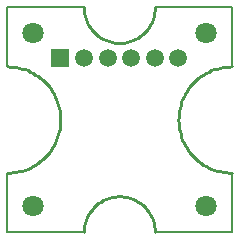
<source format=gts>
G04*
G04 #@! TF.GenerationSoftware,Altium Limited,Altium Designer,21.6.4 (81)*
G04*
G04 Layer_Color=8388736*
%FSLAX25Y25*%
%MOIN*%
G70*
G04*
G04 #@! TF.SameCoordinates,C5927BB7-CAF9-4977-82FB-EE17E07953DF*
G04*
G04*
G04 #@! TF.FilePolarity,Negative*
G04*
G01*
G75*
%ADD10C,0.00787*%
%ADD12C,0.01000*%
%ADD13C,0.05918*%
%ADD14R,0.05918X0.05918*%
%ADD15C,0.07099*%
D10*
X-37402Y37402D02*
X-11817D01*
X11818Y37402D02*
X37402D01*
Y17721D02*
Y37402D01*
Y-37401D02*
Y-17721D01*
X11818Y-37401D02*
X37402D01*
X-11817Y-37402D02*
Y-37401D01*
X-37402Y-37402D02*
X-11817D01*
X-37402D02*
Y-17721D01*
Y17721D02*
Y37402D01*
D12*
X11818Y-37401D02*
X11775Y-36399D01*
X11648Y-35404D01*
X11436Y-34424D01*
X11143Y-33465D01*
X10769Y-32534D01*
X10317Y-31638D01*
X9791Y-30784D01*
X9195Y-29977D01*
X8532Y-29224D01*
X7808Y-28530D01*
X7027Y-27900D01*
X6196Y-27338D01*
X5320Y-26849D01*
X4406Y-26436D01*
X3461Y-26102D01*
X2490Y-25849D01*
X1501Y-25680D01*
X502Y-25594D01*
X-501D01*
X-1501Y-25680D01*
X-2490Y-25849D01*
X-3460Y-26102D01*
X-4406Y-26436D01*
X-5320Y-26849D01*
X-6196Y-27338D01*
X-7027Y-27900D01*
X-7807Y-28530D01*
X-8532Y-29224D01*
X-9194Y-29977D01*
X-9791Y-30784D01*
X-10317Y-31638D01*
X-10768Y-32534D01*
X-11142Y-33465D01*
X-11436Y-34424D01*
X-11647Y-35404D01*
X-11775Y-36399D01*
X-11817Y-37401D01*
Y37402D02*
X-11775Y36399D01*
X-11647Y35404D01*
X-11436Y34424D01*
X-11142Y33465D01*
X-10768Y32534D01*
X-10317Y31638D01*
X-9791Y30784D01*
X-9194Y29978D01*
X-8532Y29225D01*
X-7807Y28530D01*
X-7027Y27900D01*
X-6196Y27339D01*
X-5320Y26849D01*
X-4406Y26436D01*
X-3460Y26102D01*
X-2490Y25849D01*
X-1501Y25680D01*
X-501Y25595D01*
X502D01*
X1501Y25680D01*
X2490Y25849D01*
X3461Y26102D01*
X4406Y26436D01*
X5320Y26849D01*
X6196Y27339D01*
X7027Y27900D01*
X7808Y28530D01*
X8532Y29225D01*
X9195Y29978D01*
X9791Y30784D01*
X10317Y31638D01*
X10769Y32534D01*
X11143Y33465D01*
X11436Y34424D01*
X11648Y35404D01*
X11775Y36399D01*
X11818Y37402D01*
X37402Y17721D02*
X36408Y17693D01*
X35418Y17609D01*
X34433Y17470D01*
X33458Y17277D01*
X32496Y17028D01*
X31549Y16726D01*
X30620Y16372D01*
X29713Y15966D01*
X28830Y15510D01*
X27973Y15005D01*
X27147Y14453D01*
X26353Y13855D01*
X25593Y13214D01*
X24871Y12531D01*
X24188Y11808D01*
X23547Y11049D01*
X22949Y10255D01*
X22397Y9428D01*
X21892Y8572D01*
X21436Y7689D01*
X21030Y6781D01*
X20675Y5853D01*
X20373Y4906D01*
X20125Y3943D01*
X19931Y2968D01*
X19792Y1984D01*
X19708Y994D01*
X19681Y0D01*
X19708Y-994D01*
X19792Y-1984D01*
X19931Y-2968D01*
X20125Y-3943D01*
X20373Y-4906D01*
X20675Y-5853D01*
X21030Y-6781D01*
X21436Y-7689D01*
X21892Y-8572D01*
X22397Y-9428D01*
X22949Y-10255D01*
X23547Y-11049D01*
X24188Y-11808D01*
X24871Y-12530D01*
X25593Y-13213D01*
X26353Y-13855D01*
X27147Y-14452D01*
X27973Y-15005D01*
X28830Y-15510D01*
X29713Y-15966D01*
X30620Y-16372D01*
X31549Y-16726D01*
X32496Y-17028D01*
X33458Y-17277D01*
X34433Y-17470D01*
X35417Y-17609D01*
X36408Y-17693D01*
X37402Y-17721D01*
X-37402D02*
X-36408Y-17693D01*
X-35418Y-17609D01*
X-34433Y-17470D01*
X-33458Y-17277D01*
X-32496Y-17028D01*
X-31549Y-16726D01*
X-30620Y-16372D01*
X-29713Y-15966D01*
X-28830Y-15510D01*
X-27973Y-15005D01*
X-27147Y-14453D01*
X-26353Y-13855D01*
X-25593Y-13213D01*
X-24871Y-12530D01*
X-24188Y-11808D01*
X-23547Y-11049D01*
X-22949Y-10255D01*
X-22397Y-9428D01*
X-21892Y-8572D01*
X-21436Y-7689D01*
X-21030Y-6781D01*
X-20675Y-5853D01*
X-20373Y-4906D01*
X-20125Y-3943D01*
X-19931Y-2968D01*
X-19792Y-1984D01*
X-19708Y-993D01*
X-19681Y0D01*
X-19708Y994D01*
X-19792Y1984D01*
X-19931Y2968D01*
X-20125Y3943D01*
X-20373Y4906D01*
X-20675Y5853D01*
X-21030Y6782D01*
X-21436Y7689D01*
X-21892Y8572D01*
X-22397Y9428D01*
X-22949Y10255D01*
X-23547Y11049D01*
X-24188Y11808D01*
X-24871Y12531D01*
X-25593Y13214D01*
X-26353Y13855D01*
X-27147Y14453D01*
X-27974Y15005D01*
X-28830Y15510D01*
X-29713Y15966D01*
X-30620Y16372D01*
X-31549Y16726D01*
X-32496Y17028D01*
X-33458Y17277D01*
X-34433Y17471D01*
X-35418Y17609D01*
X-36408Y17693D01*
X-37402Y17721D01*
D13*
X-3937Y20472D02*
D03*
X-11811D02*
D03*
X3937D02*
D03*
X11811D02*
D03*
X19685D02*
D03*
D14*
X-19685D02*
D03*
D15*
X28740Y-28740D02*
D03*
X-28740Y28740D02*
D03*
X28740D02*
D03*
X-28740Y-28740D02*
D03*
M02*

</source>
